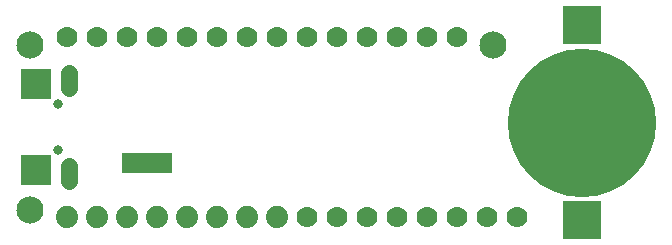
<source format=gbr>
G04 EAGLE Gerber RS-274X export*
G75*
%MOMM*%
%FSLAX34Y34*%
%LPD*%
%INSoldermask Bottom*%
%IPPOS*%
%AMOC8*
5,1,8,0,0,1.08239X$1,22.5*%
G01*
%ADD10C,2.301600*%
%ADD11C,1.778000*%
%ADD12R,4.200000X1.800000*%
%ADD13C,1.879600*%
%ADD14C,0.801600*%
%ADD15R,2.601600X2.601600*%
%ADD16C,1.409600*%
%ADD17C,6.451600*%
%ADD18R,3.301600X3.301600*%
%ADD19C,12.564231*%


D10*
X19050Y158750D03*
X19050Y19050D03*
X411480Y158750D03*
D11*
X254000Y12700D03*
X279400Y12700D03*
X304800Y12700D03*
X330200Y12700D03*
X355600Y12700D03*
X381000Y12700D03*
X406400Y12700D03*
X431800Y12700D03*
X203200Y165100D03*
X228600Y165100D03*
X254000Y165100D03*
X279400Y165100D03*
X304800Y165100D03*
X330200Y165100D03*
X355600Y165100D03*
X381000Y165100D03*
D12*
X118110Y58420D03*
D11*
X177800Y165100D03*
X152400Y165100D03*
X127000Y165100D03*
X101600Y165100D03*
X76200Y165100D03*
X50800Y165100D03*
D13*
X50800Y12700D03*
X76200Y12700D03*
X101600Y12700D03*
X127000Y12700D03*
X152400Y12700D03*
X177800Y12700D03*
X203200Y12700D03*
X228600Y12700D03*
D14*
X43180Y108400D03*
X43180Y69400D03*
D15*
X24180Y52900D03*
X24180Y124900D03*
D16*
X52180Y121900D02*
X52180Y134980D01*
X52180Y55900D02*
X52180Y42820D01*
D17*
X486410Y92710D03*
D18*
X486410Y10456D03*
X486410Y174964D03*
D19*
X486410Y92710D03*
M02*

</source>
